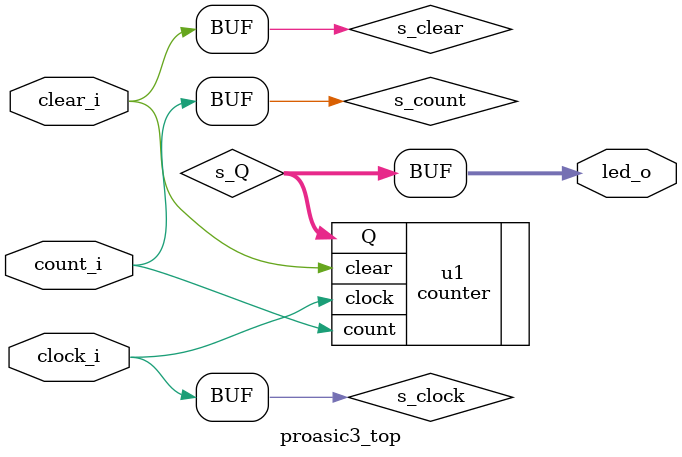
<source format=v>

module proasic3_top (
    clear_i,
    count_i,
    clock_i,
    led_o
);

input clear_i, count_i, clock_i;
output [7:0] led_o;

wire s_clock, s_clear, s_count; 
wire [7:0] s_Q;

counter u1(
    .clock(s_clock),
    .clear(s_clear),
    .count(s_count),
    .Q(s_Q)
);

assign s_clock = clock_i;
assign s_clear = clear_i;
assign s_count = count_i;
assign led_o[7:0] = s_Q[7:0];

endmodule

</source>
